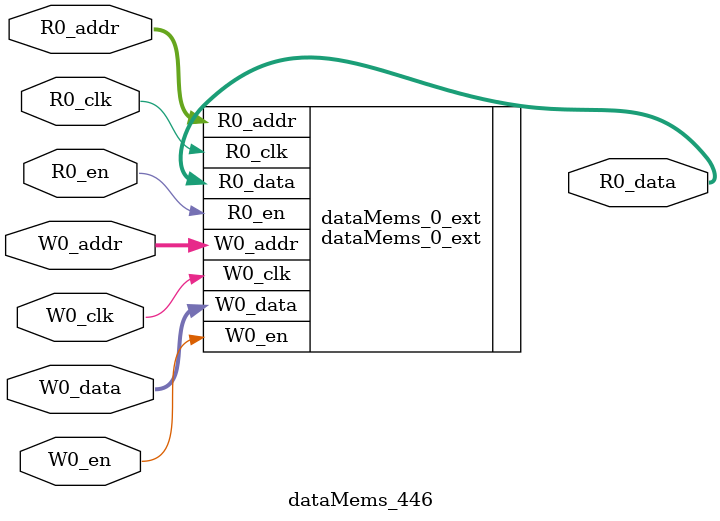
<source format=sv>
`ifndef RANDOMIZE
  `ifdef RANDOMIZE_REG_INIT
    `define RANDOMIZE
  `endif // RANDOMIZE_REG_INIT
`endif // not def RANDOMIZE
`ifndef RANDOMIZE
  `ifdef RANDOMIZE_MEM_INIT
    `define RANDOMIZE
  `endif // RANDOMIZE_MEM_INIT
`endif // not def RANDOMIZE

`ifndef RANDOM
  `define RANDOM $random
`endif // not def RANDOM

// Users can define 'PRINTF_COND' to add an extra gate to prints.
`ifndef PRINTF_COND_
  `ifdef PRINTF_COND
    `define PRINTF_COND_ (`PRINTF_COND)
  `else  // PRINTF_COND
    `define PRINTF_COND_ 1
  `endif // PRINTF_COND
`endif // not def PRINTF_COND_

// Users can define 'ASSERT_VERBOSE_COND' to add an extra gate to assert error printing.
`ifndef ASSERT_VERBOSE_COND_
  `ifdef ASSERT_VERBOSE_COND
    `define ASSERT_VERBOSE_COND_ (`ASSERT_VERBOSE_COND)
  `else  // ASSERT_VERBOSE_COND
    `define ASSERT_VERBOSE_COND_ 1
  `endif // ASSERT_VERBOSE_COND
`endif // not def ASSERT_VERBOSE_COND_

// Users can define 'STOP_COND' to add an extra gate to stop conditions.
`ifndef STOP_COND_
  `ifdef STOP_COND
    `define STOP_COND_ (`STOP_COND)
  `else  // STOP_COND
    `define STOP_COND_ 1
  `endif // STOP_COND
`endif // not def STOP_COND_

// Users can define INIT_RANDOM as general code that gets injected into the
// initializer block for modules with registers.
`ifndef INIT_RANDOM
  `define INIT_RANDOM
`endif // not def INIT_RANDOM

// If using random initialization, you can also define RANDOMIZE_DELAY to
// customize the delay used, otherwise 0.002 is used.
`ifndef RANDOMIZE_DELAY
  `define RANDOMIZE_DELAY 0.002
`endif // not def RANDOMIZE_DELAY

// Define INIT_RANDOM_PROLOG_ for use in our modules below.
`ifndef INIT_RANDOM_PROLOG_
  `ifdef RANDOMIZE
    `ifdef VERILATOR
      `define INIT_RANDOM_PROLOG_ `INIT_RANDOM
    `else  // VERILATOR
      `define INIT_RANDOM_PROLOG_ `INIT_RANDOM #`RANDOMIZE_DELAY begin end
    `endif // VERILATOR
  `else  // RANDOMIZE
    `define INIT_RANDOM_PROLOG_
  `endif // RANDOMIZE
`endif // not def INIT_RANDOM_PROLOG_

// Include register initializers in init blocks unless synthesis is set
`ifndef SYNTHESIS
  `ifndef ENABLE_INITIAL_REG_
    `define ENABLE_INITIAL_REG_
  `endif // not def ENABLE_INITIAL_REG_
`endif // not def SYNTHESIS

// Include rmemory initializers in init blocks unless synthesis is set
`ifndef SYNTHESIS
  `ifndef ENABLE_INITIAL_MEM_
    `define ENABLE_INITIAL_MEM_
  `endif // not def ENABLE_INITIAL_MEM_
`endif // not def SYNTHESIS

module dataMems_446(	// @[generators/ara/src/main/scala/UnsafeAXI4ToTL.scala:365:62]
  input  [4:0]  R0_addr,
  input         R0_en,
  input         R0_clk,
  output [66:0] R0_data,
  input  [4:0]  W0_addr,
  input         W0_en,
  input         W0_clk,
  input  [66:0] W0_data
);

  dataMems_0_ext dataMems_0_ext (	// @[generators/ara/src/main/scala/UnsafeAXI4ToTL.scala:365:62]
    .R0_addr (R0_addr),
    .R0_en   (R0_en),
    .R0_clk  (R0_clk),
    .R0_data (R0_data),
    .W0_addr (W0_addr),
    .W0_en   (W0_en),
    .W0_clk  (W0_clk),
    .W0_data (W0_data)
  );
endmodule


</source>
